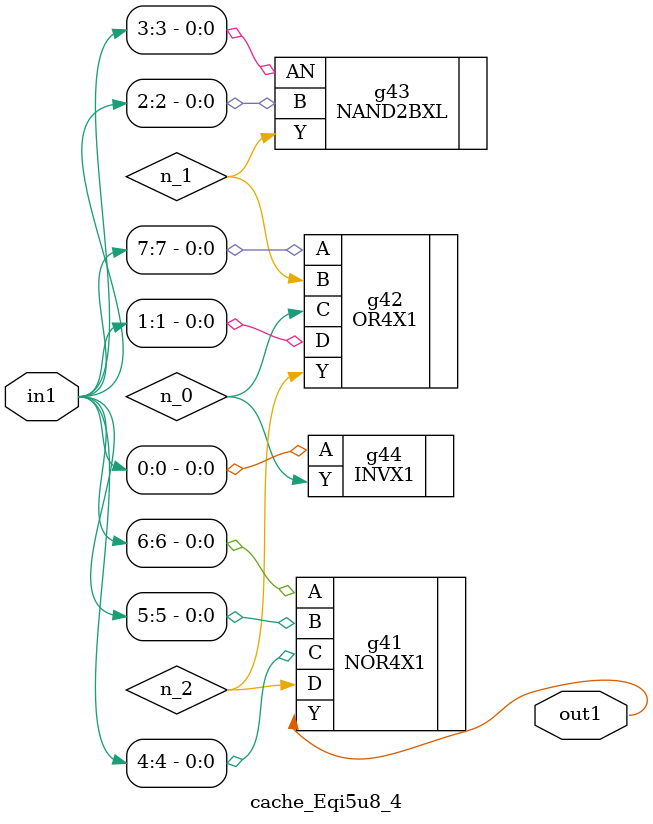
<source format=v>
`timescale 1ps / 1ps


module cache_Eqi5u8_4(in1, out1);
  input [7:0] in1;
  output out1;
  wire [7:0] in1;
  wire out1;
  wire n_0, n_1, n_2;
  NOR4X1 g41(.A (in1[6]), .B (in1[5]), .C (in1[4]), .D (n_2), .Y
       (out1));
  OR4X1 g42(.A (in1[7]), .B (n_1), .C (n_0), .D (in1[1]), .Y (n_2));
  NAND2BXL g43(.AN (in1[3]), .B (in1[2]), .Y (n_1));
  INVX1 g44(.A (in1[0]), .Y (n_0));
endmodule



</source>
